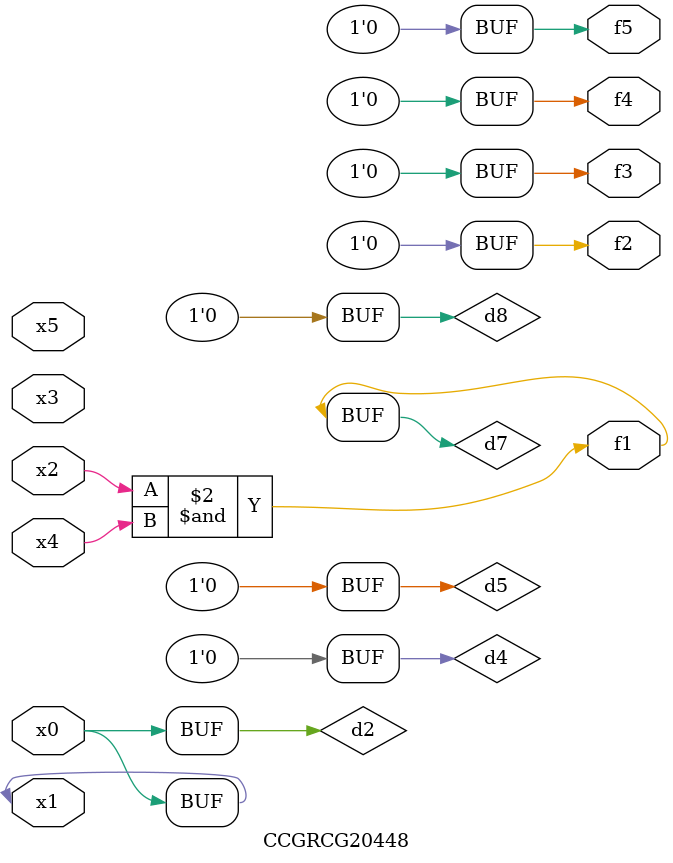
<source format=v>
module CCGRCG20448(
	input x0, x1, x2, x3, x4, x5,
	output f1, f2, f3, f4, f5
);

	wire d1, d2, d3, d4, d5, d6, d7, d8, d9;

	nand (d1, x1);
	buf (d2, x0, x1);
	nand (d3, x2, x4);
	and (d4, d1, d2);
	and (d5, d1, d2);
	nand (d6, d1, d3);
	not (d7, d3);
	xor (d8, d5);
	nor (d9, d5, d6);
	assign f1 = d7;
	assign f2 = d8;
	assign f3 = d8;
	assign f4 = d8;
	assign f5 = d8;
endmodule

</source>
